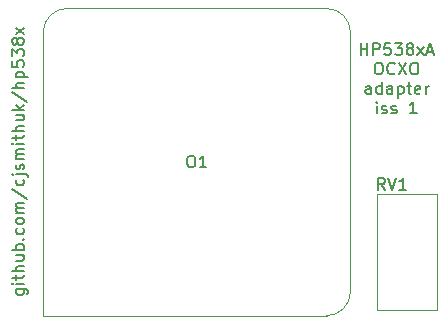
<source format=gbr>
%TF.GenerationSoftware,KiCad,Pcbnew,(5.1.9)-1*%
%TF.CreationDate,2021-03-21T16:20:23+00:00*%
%TF.ProjectId,hp5354a-ocxo,68703533-3534-4612-9d6f-63786f2e6b69,rev?*%
%TF.SameCoordinates,Original*%
%TF.FileFunction,Legend,Top*%
%TF.FilePolarity,Positive*%
%FSLAX46Y46*%
G04 Gerber Fmt 4.6, Leading zero omitted, Abs format (unit mm)*
G04 Created by KiCad (PCBNEW (5.1.9)-1) date 2021-03-21 16:20:23*
%MOMM*%
%LPD*%
G01*
G04 APERTURE LIST*
%ADD10C,0.150000*%
%ADD11C,0.120000*%
G04 APERTURE END LIST*
D10*
X101535714Y-108559523D02*
X102345238Y-108559523D01*
X102440476Y-108607142D01*
X102488095Y-108654761D01*
X102535714Y-108750000D01*
X102535714Y-108892857D01*
X102488095Y-108988095D01*
X102154761Y-108559523D02*
X102202380Y-108654761D01*
X102202380Y-108845238D01*
X102154761Y-108940476D01*
X102107142Y-108988095D01*
X102011904Y-109035714D01*
X101726190Y-109035714D01*
X101630952Y-108988095D01*
X101583333Y-108940476D01*
X101535714Y-108845238D01*
X101535714Y-108654761D01*
X101583333Y-108559523D01*
X102202380Y-108083333D02*
X101535714Y-108083333D01*
X101202380Y-108083333D02*
X101250000Y-108130952D01*
X101297619Y-108083333D01*
X101250000Y-108035714D01*
X101202380Y-108083333D01*
X101297619Y-108083333D01*
X101535714Y-107750000D02*
X101535714Y-107369047D01*
X101202380Y-107607142D02*
X102059523Y-107607142D01*
X102154761Y-107559523D01*
X102202380Y-107464285D01*
X102202380Y-107369047D01*
X102202380Y-107035714D02*
X101202380Y-107035714D01*
X102202380Y-106607142D02*
X101678571Y-106607142D01*
X101583333Y-106654761D01*
X101535714Y-106750000D01*
X101535714Y-106892857D01*
X101583333Y-106988095D01*
X101630952Y-107035714D01*
X101535714Y-105702380D02*
X102202380Y-105702380D01*
X101535714Y-106130952D02*
X102059523Y-106130952D01*
X102154761Y-106083333D01*
X102202380Y-105988095D01*
X102202380Y-105845238D01*
X102154761Y-105750000D01*
X102107142Y-105702380D01*
X102202380Y-105226190D02*
X101202380Y-105226190D01*
X101583333Y-105226190D02*
X101535714Y-105130952D01*
X101535714Y-104940476D01*
X101583333Y-104845238D01*
X101630952Y-104797619D01*
X101726190Y-104750000D01*
X102011904Y-104750000D01*
X102107142Y-104797619D01*
X102154761Y-104845238D01*
X102202380Y-104940476D01*
X102202380Y-105130952D01*
X102154761Y-105226190D01*
X102107142Y-104321428D02*
X102154761Y-104273809D01*
X102202380Y-104321428D01*
X102154761Y-104369047D01*
X102107142Y-104321428D01*
X102202380Y-104321428D01*
X102154761Y-103416666D02*
X102202380Y-103511904D01*
X102202380Y-103702380D01*
X102154761Y-103797619D01*
X102107142Y-103845238D01*
X102011904Y-103892857D01*
X101726190Y-103892857D01*
X101630952Y-103845238D01*
X101583333Y-103797619D01*
X101535714Y-103702380D01*
X101535714Y-103511904D01*
X101583333Y-103416666D01*
X102202380Y-102845238D02*
X102154761Y-102940476D01*
X102107142Y-102988095D01*
X102011904Y-103035714D01*
X101726190Y-103035714D01*
X101630952Y-102988095D01*
X101583333Y-102940476D01*
X101535714Y-102845238D01*
X101535714Y-102702380D01*
X101583333Y-102607142D01*
X101630952Y-102559523D01*
X101726190Y-102511904D01*
X102011904Y-102511904D01*
X102107142Y-102559523D01*
X102154761Y-102607142D01*
X102202380Y-102702380D01*
X102202380Y-102845238D01*
X102202380Y-102083333D02*
X101535714Y-102083333D01*
X101630952Y-102083333D02*
X101583333Y-102035714D01*
X101535714Y-101940476D01*
X101535714Y-101797619D01*
X101583333Y-101702380D01*
X101678571Y-101654761D01*
X102202380Y-101654761D01*
X101678571Y-101654761D02*
X101583333Y-101607142D01*
X101535714Y-101511904D01*
X101535714Y-101369047D01*
X101583333Y-101273809D01*
X101678571Y-101226190D01*
X102202380Y-101226190D01*
X101154761Y-100035714D02*
X102440476Y-100892857D01*
X102154761Y-99273809D02*
X102202380Y-99369047D01*
X102202380Y-99559523D01*
X102154761Y-99654761D01*
X102107142Y-99702380D01*
X102011904Y-99750000D01*
X101726190Y-99750000D01*
X101630952Y-99702380D01*
X101583333Y-99654761D01*
X101535714Y-99559523D01*
X101535714Y-99369047D01*
X101583333Y-99273809D01*
X101535714Y-98845238D02*
X102392857Y-98845238D01*
X102488095Y-98892857D01*
X102535714Y-98988095D01*
X102535714Y-99035714D01*
X101202380Y-98845238D02*
X101250000Y-98892857D01*
X101297619Y-98845238D01*
X101250000Y-98797619D01*
X101202380Y-98845238D01*
X101297619Y-98845238D01*
X102154761Y-98416666D02*
X102202380Y-98321428D01*
X102202380Y-98130952D01*
X102154761Y-98035714D01*
X102059523Y-97988095D01*
X102011904Y-97988095D01*
X101916666Y-98035714D01*
X101869047Y-98130952D01*
X101869047Y-98273809D01*
X101821428Y-98369047D01*
X101726190Y-98416666D01*
X101678571Y-98416666D01*
X101583333Y-98369047D01*
X101535714Y-98273809D01*
X101535714Y-98130952D01*
X101583333Y-98035714D01*
X102202380Y-97559523D02*
X101535714Y-97559523D01*
X101630952Y-97559523D02*
X101583333Y-97511904D01*
X101535714Y-97416666D01*
X101535714Y-97273809D01*
X101583333Y-97178571D01*
X101678571Y-97130952D01*
X102202380Y-97130952D01*
X101678571Y-97130952D02*
X101583333Y-97083333D01*
X101535714Y-96988095D01*
X101535714Y-96845238D01*
X101583333Y-96750000D01*
X101678571Y-96702380D01*
X102202380Y-96702380D01*
X102202380Y-96226190D02*
X101535714Y-96226190D01*
X101202380Y-96226190D02*
X101250000Y-96273809D01*
X101297619Y-96226190D01*
X101250000Y-96178571D01*
X101202380Y-96226190D01*
X101297619Y-96226190D01*
X101535714Y-95892857D02*
X101535714Y-95511904D01*
X101202380Y-95750000D02*
X102059523Y-95750000D01*
X102154761Y-95702380D01*
X102202380Y-95607142D01*
X102202380Y-95511904D01*
X102202380Y-95178571D02*
X101202380Y-95178571D01*
X102202380Y-94750000D02*
X101678571Y-94750000D01*
X101583333Y-94797619D01*
X101535714Y-94892857D01*
X101535714Y-95035714D01*
X101583333Y-95130952D01*
X101630952Y-95178571D01*
X101535714Y-93845238D02*
X102202380Y-93845238D01*
X101535714Y-94273809D02*
X102059523Y-94273809D01*
X102154761Y-94226190D01*
X102202380Y-94130952D01*
X102202380Y-93988095D01*
X102154761Y-93892857D01*
X102107142Y-93845238D01*
X102202380Y-93369047D02*
X101202380Y-93369047D01*
X101821428Y-93273809D02*
X102202380Y-92988095D01*
X101535714Y-92988095D02*
X101916666Y-93369047D01*
X101154761Y-91845238D02*
X102440476Y-92702380D01*
X102202380Y-91511904D02*
X101202380Y-91511904D01*
X102202380Y-91083333D02*
X101678571Y-91083333D01*
X101583333Y-91130952D01*
X101535714Y-91226190D01*
X101535714Y-91369047D01*
X101583333Y-91464285D01*
X101630952Y-91511904D01*
X101535714Y-90607142D02*
X102535714Y-90607142D01*
X101583333Y-90607142D02*
X101535714Y-90511904D01*
X101535714Y-90321428D01*
X101583333Y-90226190D01*
X101630952Y-90178571D01*
X101726190Y-90130952D01*
X102011904Y-90130952D01*
X102107142Y-90178571D01*
X102154761Y-90226190D01*
X102202380Y-90321428D01*
X102202380Y-90511904D01*
X102154761Y-90607142D01*
X101202380Y-89226190D02*
X101202380Y-89702380D01*
X101678571Y-89750000D01*
X101630952Y-89702380D01*
X101583333Y-89607142D01*
X101583333Y-89369047D01*
X101630952Y-89273809D01*
X101678571Y-89226190D01*
X101773809Y-89178571D01*
X102011904Y-89178571D01*
X102107142Y-89226190D01*
X102154761Y-89273809D01*
X102202380Y-89369047D01*
X102202380Y-89607142D01*
X102154761Y-89702380D01*
X102107142Y-89750000D01*
X101202380Y-88845238D02*
X101202380Y-88226190D01*
X101583333Y-88559523D01*
X101583333Y-88416666D01*
X101630952Y-88321428D01*
X101678571Y-88273809D01*
X101773809Y-88226190D01*
X102011904Y-88226190D01*
X102107142Y-88273809D01*
X102154761Y-88321428D01*
X102202380Y-88416666D01*
X102202380Y-88702380D01*
X102154761Y-88797619D01*
X102107142Y-88845238D01*
X101630952Y-87654761D02*
X101583333Y-87750000D01*
X101535714Y-87797619D01*
X101440476Y-87845238D01*
X101392857Y-87845238D01*
X101297619Y-87797619D01*
X101250000Y-87750000D01*
X101202380Y-87654761D01*
X101202380Y-87464285D01*
X101250000Y-87369047D01*
X101297619Y-87321428D01*
X101392857Y-87273809D01*
X101440476Y-87273809D01*
X101535714Y-87321428D01*
X101583333Y-87369047D01*
X101630952Y-87464285D01*
X101630952Y-87654761D01*
X101678571Y-87750000D01*
X101726190Y-87797619D01*
X101821428Y-87845238D01*
X102011904Y-87845238D01*
X102107142Y-87797619D01*
X102154761Y-87750000D01*
X102202380Y-87654761D01*
X102202380Y-87464285D01*
X102154761Y-87369047D01*
X102107142Y-87321428D01*
X102011904Y-87273809D01*
X101821428Y-87273809D01*
X101726190Y-87321428D01*
X101678571Y-87369047D01*
X101630952Y-87464285D01*
X102202380Y-86940476D02*
X101535714Y-86416666D01*
X101535714Y-86940476D02*
X102202380Y-86416666D01*
X130702380Y-88727380D02*
X130702380Y-87727380D01*
X130702380Y-88203571D02*
X131273809Y-88203571D01*
X131273809Y-88727380D02*
X131273809Y-87727380D01*
X131750000Y-88727380D02*
X131750000Y-87727380D01*
X132130952Y-87727380D01*
X132226190Y-87775000D01*
X132273809Y-87822619D01*
X132321428Y-87917857D01*
X132321428Y-88060714D01*
X132273809Y-88155952D01*
X132226190Y-88203571D01*
X132130952Y-88251190D01*
X131750000Y-88251190D01*
X133226190Y-87727380D02*
X132750000Y-87727380D01*
X132702380Y-88203571D01*
X132750000Y-88155952D01*
X132845238Y-88108333D01*
X133083333Y-88108333D01*
X133178571Y-88155952D01*
X133226190Y-88203571D01*
X133273809Y-88298809D01*
X133273809Y-88536904D01*
X133226190Y-88632142D01*
X133178571Y-88679761D01*
X133083333Y-88727380D01*
X132845238Y-88727380D01*
X132750000Y-88679761D01*
X132702380Y-88632142D01*
X133607142Y-87727380D02*
X134226190Y-87727380D01*
X133892857Y-88108333D01*
X134035714Y-88108333D01*
X134130952Y-88155952D01*
X134178571Y-88203571D01*
X134226190Y-88298809D01*
X134226190Y-88536904D01*
X134178571Y-88632142D01*
X134130952Y-88679761D01*
X134035714Y-88727380D01*
X133750000Y-88727380D01*
X133654761Y-88679761D01*
X133607142Y-88632142D01*
X134797619Y-88155952D02*
X134702380Y-88108333D01*
X134654761Y-88060714D01*
X134607142Y-87965476D01*
X134607142Y-87917857D01*
X134654761Y-87822619D01*
X134702380Y-87775000D01*
X134797619Y-87727380D01*
X134988095Y-87727380D01*
X135083333Y-87775000D01*
X135130952Y-87822619D01*
X135178571Y-87917857D01*
X135178571Y-87965476D01*
X135130952Y-88060714D01*
X135083333Y-88108333D01*
X134988095Y-88155952D01*
X134797619Y-88155952D01*
X134702380Y-88203571D01*
X134654761Y-88251190D01*
X134607142Y-88346428D01*
X134607142Y-88536904D01*
X134654761Y-88632142D01*
X134702380Y-88679761D01*
X134797619Y-88727380D01*
X134988095Y-88727380D01*
X135083333Y-88679761D01*
X135130952Y-88632142D01*
X135178571Y-88536904D01*
X135178571Y-88346428D01*
X135130952Y-88251190D01*
X135083333Y-88203571D01*
X134988095Y-88155952D01*
X135511904Y-88727380D02*
X136035714Y-88060714D01*
X135511904Y-88060714D02*
X136035714Y-88727380D01*
X136369047Y-88441666D02*
X136845238Y-88441666D01*
X136273809Y-88727380D02*
X136607142Y-87727380D01*
X136940476Y-88727380D01*
X132154761Y-89377380D02*
X132345238Y-89377380D01*
X132440476Y-89425000D01*
X132535714Y-89520238D01*
X132583333Y-89710714D01*
X132583333Y-90044047D01*
X132535714Y-90234523D01*
X132440476Y-90329761D01*
X132345238Y-90377380D01*
X132154761Y-90377380D01*
X132059523Y-90329761D01*
X131964285Y-90234523D01*
X131916666Y-90044047D01*
X131916666Y-89710714D01*
X131964285Y-89520238D01*
X132059523Y-89425000D01*
X132154761Y-89377380D01*
X133583333Y-90282142D02*
X133535714Y-90329761D01*
X133392857Y-90377380D01*
X133297619Y-90377380D01*
X133154761Y-90329761D01*
X133059523Y-90234523D01*
X133011904Y-90139285D01*
X132964285Y-89948809D01*
X132964285Y-89805952D01*
X133011904Y-89615476D01*
X133059523Y-89520238D01*
X133154761Y-89425000D01*
X133297619Y-89377380D01*
X133392857Y-89377380D01*
X133535714Y-89425000D01*
X133583333Y-89472619D01*
X133916666Y-89377380D02*
X134583333Y-90377380D01*
X134583333Y-89377380D02*
X133916666Y-90377380D01*
X135154761Y-89377380D02*
X135345238Y-89377380D01*
X135440476Y-89425000D01*
X135535714Y-89520238D01*
X135583333Y-89710714D01*
X135583333Y-90044047D01*
X135535714Y-90234523D01*
X135440476Y-90329761D01*
X135345238Y-90377380D01*
X135154761Y-90377380D01*
X135059523Y-90329761D01*
X134964285Y-90234523D01*
X134916666Y-90044047D01*
X134916666Y-89710714D01*
X134964285Y-89520238D01*
X135059523Y-89425000D01*
X135154761Y-89377380D01*
X131583333Y-92027380D02*
X131583333Y-91503571D01*
X131535714Y-91408333D01*
X131440476Y-91360714D01*
X131250000Y-91360714D01*
X131154761Y-91408333D01*
X131583333Y-91979761D02*
X131488095Y-92027380D01*
X131250000Y-92027380D01*
X131154761Y-91979761D01*
X131107142Y-91884523D01*
X131107142Y-91789285D01*
X131154761Y-91694047D01*
X131250000Y-91646428D01*
X131488095Y-91646428D01*
X131583333Y-91598809D01*
X132488095Y-92027380D02*
X132488095Y-91027380D01*
X132488095Y-91979761D02*
X132392857Y-92027380D01*
X132202380Y-92027380D01*
X132107142Y-91979761D01*
X132059523Y-91932142D01*
X132011904Y-91836904D01*
X132011904Y-91551190D01*
X132059523Y-91455952D01*
X132107142Y-91408333D01*
X132202380Y-91360714D01*
X132392857Y-91360714D01*
X132488095Y-91408333D01*
X133392857Y-92027380D02*
X133392857Y-91503571D01*
X133345238Y-91408333D01*
X133250000Y-91360714D01*
X133059523Y-91360714D01*
X132964285Y-91408333D01*
X133392857Y-91979761D02*
X133297619Y-92027380D01*
X133059523Y-92027380D01*
X132964285Y-91979761D01*
X132916666Y-91884523D01*
X132916666Y-91789285D01*
X132964285Y-91694047D01*
X133059523Y-91646428D01*
X133297619Y-91646428D01*
X133392857Y-91598809D01*
X133869047Y-91360714D02*
X133869047Y-92360714D01*
X133869047Y-91408333D02*
X133964285Y-91360714D01*
X134154761Y-91360714D01*
X134250000Y-91408333D01*
X134297619Y-91455952D01*
X134345238Y-91551190D01*
X134345238Y-91836904D01*
X134297619Y-91932142D01*
X134250000Y-91979761D01*
X134154761Y-92027380D01*
X133964285Y-92027380D01*
X133869047Y-91979761D01*
X134630952Y-91360714D02*
X135011904Y-91360714D01*
X134773809Y-91027380D02*
X134773809Y-91884523D01*
X134821428Y-91979761D01*
X134916666Y-92027380D01*
X135011904Y-92027380D01*
X135726190Y-91979761D02*
X135630952Y-92027380D01*
X135440476Y-92027380D01*
X135345238Y-91979761D01*
X135297619Y-91884523D01*
X135297619Y-91503571D01*
X135345238Y-91408333D01*
X135440476Y-91360714D01*
X135630952Y-91360714D01*
X135726190Y-91408333D01*
X135773809Y-91503571D01*
X135773809Y-91598809D01*
X135297619Y-91694047D01*
X136202380Y-92027380D02*
X136202380Y-91360714D01*
X136202380Y-91551190D02*
X136250000Y-91455952D01*
X136297619Y-91408333D01*
X136392857Y-91360714D01*
X136488095Y-91360714D01*
X132083333Y-93677380D02*
X132083333Y-93010714D01*
X132083333Y-92677380D02*
X132035714Y-92725000D01*
X132083333Y-92772619D01*
X132130952Y-92725000D01*
X132083333Y-92677380D01*
X132083333Y-92772619D01*
X132511904Y-93629761D02*
X132607142Y-93677380D01*
X132797619Y-93677380D01*
X132892857Y-93629761D01*
X132940476Y-93534523D01*
X132940476Y-93486904D01*
X132892857Y-93391666D01*
X132797619Y-93344047D01*
X132654761Y-93344047D01*
X132559523Y-93296428D01*
X132511904Y-93201190D01*
X132511904Y-93153571D01*
X132559523Y-93058333D01*
X132654761Y-93010714D01*
X132797619Y-93010714D01*
X132892857Y-93058333D01*
X133321428Y-93629761D02*
X133416666Y-93677380D01*
X133607142Y-93677380D01*
X133702380Y-93629761D01*
X133750000Y-93534523D01*
X133750000Y-93486904D01*
X133702380Y-93391666D01*
X133607142Y-93344047D01*
X133464285Y-93344047D01*
X133369047Y-93296428D01*
X133321428Y-93201190D01*
X133321428Y-93153571D01*
X133369047Y-93058333D01*
X133464285Y-93010714D01*
X133607142Y-93010714D01*
X133702380Y-93058333D01*
X135464285Y-93677380D02*
X134892857Y-93677380D01*
X135178571Y-93677380D02*
X135178571Y-92677380D01*
X135083333Y-92820238D01*
X134988095Y-92915476D01*
X134892857Y-92963095D01*
D11*
%TO.C,RV1*%
X137150000Y-100525000D02*
X137150000Y-110295000D01*
X132080000Y-100525000D02*
X132080000Y-110295000D01*
X137150000Y-100525000D02*
X132080000Y-100525000D01*
X137150000Y-110295000D02*
X132080000Y-110295000D01*
%TO.C,O1*%
X103840000Y-86790000D02*
G75*
G02*
X105840000Y-84790000I2000000J0D01*
G01*
X127840000Y-84790000D02*
G75*
G02*
X129840000Y-86790000I0J-2000000D01*
G01*
X129840000Y-108790000D02*
G75*
G02*
X127840000Y-110790000I-2000000J0D01*
G01*
X103840000Y-86790000D02*
X103840000Y-110790000D01*
X127840000Y-110790000D02*
X103840000Y-110790000D01*
X129840000Y-108790000D02*
X129840000Y-86790000D01*
X105840000Y-84790000D02*
X127840000Y-84790000D01*
%TO.C,RV1*%
D10*
X132754761Y-100147380D02*
X132421428Y-99671190D01*
X132183333Y-100147380D02*
X132183333Y-99147380D01*
X132564285Y-99147380D01*
X132659523Y-99195000D01*
X132707142Y-99242619D01*
X132754761Y-99337857D01*
X132754761Y-99480714D01*
X132707142Y-99575952D01*
X132659523Y-99623571D01*
X132564285Y-99671190D01*
X132183333Y-99671190D01*
X133040476Y-99147380D02*
X133373809Y-100147380D01*
X133707142Y-99147380D01*
X134564285Y-100147380D02*
X133992857Y-100147380D01*
X134278571Y-100147380D02*
X134278571Y-99147380D01*
X134183333Y-99290238D01*
X134088095Y-99385476D01*
X133992857Y-99433095D01*
%TO.C,O1*%
X116268571Y-97242380D02*
X116459047Y-97242380D01*
X116554285Y-97290000D01*
X116649523Y-97385238D01*
X116697142Y-97575714D01*
X116697142Y-97909047D01*
X116649523Y-98099523D01*
X116554285Y-98194761D01*
X116459047Y-98242380D01*
X116268571Y-98242380D01*
X116173333Y-98194761D01*
X116078095Y-98099523D01*
X116030476Y-97909047D01*
X116030476Y-97575714D01*
X116078095Y-97385238D01*
X116173333Y-97290000D01*
X116268571Y-97242380D01*
X117649523Y-98242380D02*
X117078095Y-98242380D01*
X117363809Y-98242380D02*
X117363809Y-97242380D01*
X117268571Y-97385238D01*
X117173333Y-97480476D01*
X117078095Y-97528095D01*
%TD*%
M02*

</source>
